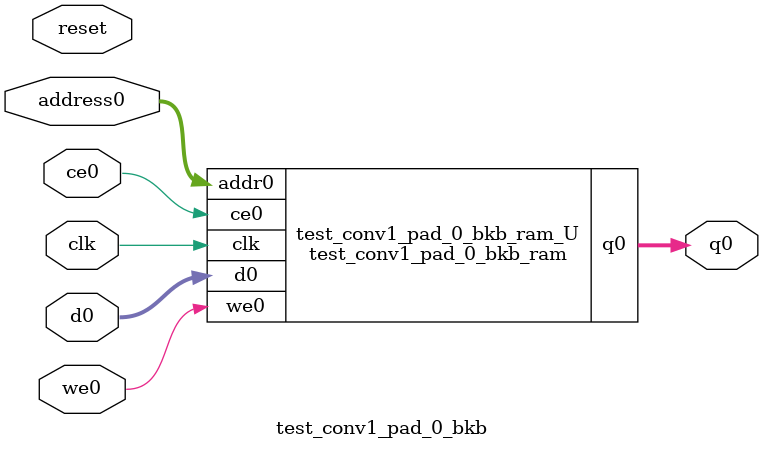
<source format=v>
`timescale 1 ns / 1 ps
module test_conv1_pad_0_bkb_ram (addr0, ce0, d0, we0, q0,  clk);

parameter DWIDTH = 8;
parameter AWIDTH = 16;
parameter MEM_SIZE = 52164;

input[AWIDTH-1:0] addr0;
input ce0;
input[DWIDTH-1:0] d0;
input we0;
output reg[DWIDTH-1:0] q0;
input clk;

(* ram_style = "block" *)reg [DWIDTH-1:0] ram[0:MEM_SIZE-1];




always @(posedge clk)  
begin 
    if (ce0) begin
        if (we0) 
            ram[addr0] <= d0; 
        q0 <= ram[addr0];
    end
end


endmodule

`timescale 1 ns / 1 ps
module test_conv1_pad_0_bkb(
    reset,
    clk,
    address0,
    ce0,
    we0,
    d0,
    q0);

parameter DataWidth = 32'd8;
parameter AddressRange = 32'd52164;
parameter AddressWidth = 32'd16;
input reset;
input clk;
input[AddressWidth - 1:0] address0;
input ce0;
input we0;
input[DataWidth - 1:0] d0;
output[DataWidth - 1:0] q0;



test_conv1_pad_0_bkb_ram test_conv1_pad_0_bkb_ram_U(
    .clk( clk ),
    .addr0( address0 ),
    .ce0( ce0 ),
    .we0( we0 ),
    .d0( d0 ),
    .q0( q0 ));

endmodule


</source>
